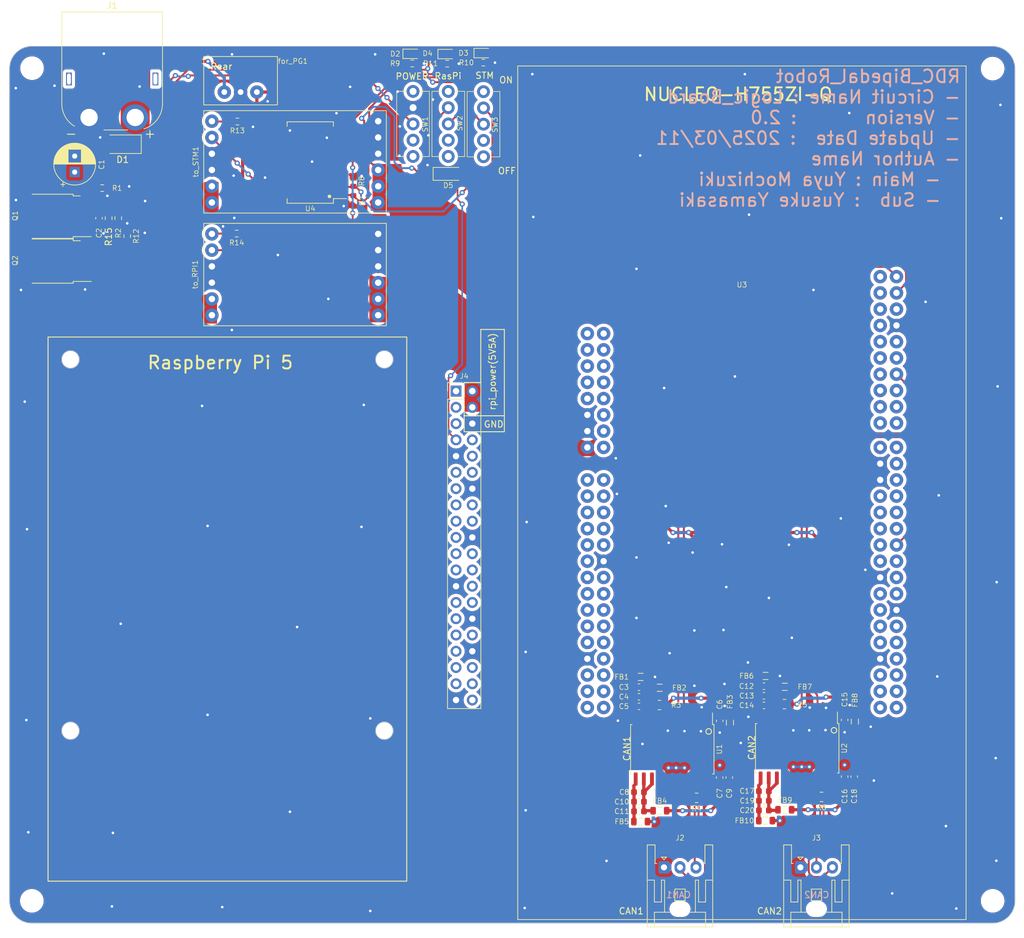
<source format=kicad_pcb>
(kicad_pcb (version 20221018) (generator pcbnew)
  (layers (0 "F.Cu" signal) (31 "B.Cu" signal) (34 "B.Paste" user) (35 "F.Paste" user) (36 "B.SilkS" user "B.Silkscreen") (37 "F.SilkS" user "F.Silkscreen") (38 "B.Mask" user) (39 "F.Mask" user) (44 "Edge.Cuts" user))
  (net 0 "")
  (net 1 "GND")
  (net 2 "+5V")
  (net 3 "Net-(U1-V_{DD})")
  (net 4 "GND1")
  (net 5 "Net-(U1-V_{IO})")
  (net 6 "Net-(U1-V_{ISOIN})")
  (net 7 "Net-(U1-V_{ISOOUT})")
  (net 8 "Net-(U2-V_{DD})")
  (net 9 "Net-(U2-V_{IO})")
  (net 10 "Net-(U2-V_{ISOIN})")
  (net 11 "Net-(U2-V_{ISOOUT})")
  (net 12 "EN_STM")
  (net 13 "Net-(U1-EN{slash}FLT)")
  (net 14 "/CAN_Trans1/CANL")
  (net 15 "/CAN_Trans1/CANH")
  (net 16 "Net-(U2-EN{slash}FLT)")
  (net 17 "/CAN_Trans2/CANL")
  (net 18 "/Logic_Power/EN_RasPi_Power")
  (net 19 "/CAN_Trans2/CANH")
  (net 20 "Net-(Q1-D)")
  (net 21 "Net-(SW1-B)")
  (net 22 "/Logic_Power/STM_PG")
  (net 23 "/Logic_Power/RasPi_PG")
  (net 26 "/CAN_Trans1/CAN_RX")
  (net 27 "/CAN_Trans1/CAN_TX")
  (net 28 "/CAN_Trans2/CAN_TX")
  (net 29 "/CAN_Trans2/CAN_RX")
  (net 32 "/Logic_Power/EN_STM_Power")
  (net 33 "Net-(Q1-G)")
  (net 34 "+12V")
  (net 39 "RasPi_Power")
  (net 43 "Net-(D5-K)")
  (net 70 "GND2")
  (net 71 "GND3")
  (net 164 "Net-(D2-K)")
  (net 165 "Net-(D3-K)")
  (net 166 "Net-(D4-K)")
  (net 167 "Net-(SW3-C)")
  (net 168 "Logic_Power")
  (net 169 "EN_Power")
  (footprint "RDC_humanoid_project:NUCLEO-STM32H755ZI-Q" (layer "F.Cu") (at 181.87 94.62)
    (fp_text reference "U3")
    (fp_text value "NUCLEO-H755ZI-Q_Zio")
  )
  (footprint "Resistor_SMD:R_0603_1608Metric" (layer "F.Cu") (at 83 51.2 -90)
    (fp_text reference "R15")
    (fp_text value "10k")
  )
  (footprint "Capacitor_SMD:C_0603_1608Metric" (layer "F.Cu") (at 197.9 129.575 -90)
    (fp_text reference "C15")
    (fp_text value "0.1uF")
  )
  (footprint "Connector_JST:JST_XA_S03B-XASK-1_1x03_P2.50mm_Horizontal" (layer "F.Cu") (at 191 152.6)
    (fp_text reference "J3")
    (fp_text value "Conn_01x03")
  )
  (footprint "Capacitor_SMD:C_0603_1608Metric" (layer "F.Cu") (at 165.8 127.45 180)
    (fp_text reference "C5")
    (fp_text value "10nF")
  )
  (footprint "RDC_humanoid_project:M78A" (layer "F.Cu") (at 103.6 31.5)
    (fp_text reference "for_PG1")
    (fp_text value "M78AR05-0.5")
  )
  (footprint "Capacitor_SMD:C_0603_1608Metric" (layer "F.Cu") (at 165.8 125.95 180)
    (fp_text reference "C4")
    (fp_text value "1uF")
  )
  (footprint "RDC_humanoid_project:Toggle_switch" (layer "F.Cu") (at 130.525 36.475 90)
    (fp_text reference "SW1")
    (fp_text value "SW_SPDT")
  )
  (footprint "Resistor_SMD:R_0805_2012Metric" (layer "F.Cu") (at 169 127.25 180)
    (fp_text reference "R3")
    (fp_text value "4.7k")
  )
  (footprint "LED_SMD:LED_0603_1608Metric" (layer "F.Cu") (at 135.8875 25.5575)
    (fp_text reference "D4")
    (fp_text value "LED")
  )
  (footprint "LED_SMD:LED_0603_1608Metric" (layer "F.Cu") (at 130.425 25.53125)
    (fp_text reference "D2")
    (fp_text value "LED")
  )
  (footprint "Resistor_SMD:R_0603_1608Metric" (layer "F.Cu") (at 103 53.6 180)
    (fp_text reference "R14")
    (fp_text value "10k")
  )
  (footprint "Diode_SMD:D_SOD-123" (layer "F.Cu") (at 136.025 44.275)
    (fp_text reference "D5")
    (fp_text value "D")
  )
  (footprint "RDC_humanoid_project:Toggle_switch" (layer "F.Cu") (at 141.525 36.515 90)
    (fp_text reference "SW3")
    (fp_text value "SW_SPDT")
  )
  (footprint "Capacitor_SMD:C_0603_1608Metric" (layer "F.Cu") (at 185.3 124.3 180)
    (fp_text reference "C12")
    (fp_text value "10uF")
  )
  (footprint "Capacitor_SMD:C_0603_1608Metric" (layer "F.Cu") (at 178.4 138.575 90)
    (fp_text reference "C7")
    (fp_text value "0.1uF")
  )
  (footprint "Capacitor_SMD:C_0603_1608Metric" (layer "F.Cu") (at 178.4 129.725 -90)
    (fp_text reference "C6")
    (fp_text value "0.1uF")
  )
  (footprint "Capacitor_SMD:C_0603_1608Metric" (layer "F.Cu") (at 197.9 138.425 90)
    (fp_text reference "C16")
    (fp_text value "0.1uF")
  )
  (footprint "Connector_PinHeader_2.54mm:PinHeader_2x20_P2.54mm_Vertical" (layer "F.Cu") (at 137.2375 78.205)
    (fp_text reference "J4")
    (fp_text value "Raspi_connect")
  )
  (footprint "LED_SMD:LED_0603_1608Metric" (layer "F.Cu") (at 141.52 25.4)
    (fp_text reference "D3")
    (fp_text value "LED")
  )
  (footprint "Package_TO_SOT_SMD:TO-252-2" (layer "F.Cu") (at 74.16 57.9 180)
    (fp_text reference "Q2")
    (fp_text value "Q_PMOS_GDS")
  )
  (footprint "Inductor_SMD:L_0805_2012Metric" (layer "F.Cu") (at 180 129.9875 90)
    (fp_text reference "FB3")
    (fp_text value "FerriteBead")
  )
  (footprint "Connector_JST:JST_XA_S03B-XASK-1_1x03_P2.50mm_Horizontal" (layer "F.Cu") (at 169.7 152.6)
    (fp_text reference "J2")
    (fp_text value "Conn_01x03")
  )
  (footprint "Capacitor_SMD:C_0603_1608Metric" (layer "F.Cu") (at 81.5 51.2 -90)
    (fp_text reference "C2")
    (fp_text value "0.1uF")
  )
  (footprint "Inductor_SMD:L_0805_2012Metric" (layer "F.Cu") (at 188.5625 124.4 180)
    (fp_text reference "FB7")
    (fp_text value "FerriteBead")
  )
  (footprint "Inductor_SMD:L_0805_2012Metric" (layer "F.Cu") (at 199.5 129.8375 90)
    (fp_text reference "FB8")
    (fp_text value "FerriteBead")
  )
  (footprint "Resistor_SMD:R_0603_1608Metric" (layer "F.Cu") (at 121.2 48.5 -90)
    (fp_text reference "R7")
    (fp_text value "10k")
  )
  (footprint "Resistor_SMD:R_0805_2012Metric" (layer "F.Cu") (at 174.8 141.75 180)
    (fp_text reference "R4")
    (fp_text value "120")
  )
  (footprint "Package_SO:SOIC-20W_7.5x12.8mm_P1.27mm" (layer "F.Cu") (at 171 134.15 -90)
    (fp_text reference "U1")
    (fp_text value "ISOW1044")
  )
  (footprint "RDC_humanoid_project:AE-MYMGK00506ERSR-5V0" (layer "F.Cu") (at 112.1 42.4)
    (fp_text reference "to_STM1")
    (fp_text value "AE-MYMGK00506ERSR-5V0")
  )
  (footprint "Capacitor_SMD:C_0603_1608Metric" (layer "F.Cu") (at 199.4 138.425 90)
    (fp_text reference "C18")
    (fp_text value "10uF")
  )
  (footprint "MountingHole:MountingHole_3.2mm_M3" (layer "F.Cu") (at 71.0425 27.76)
    (fp_text reference "H1" hide)
    (fp_text value "MountingHole")
  )
  (footprint "Resistor_SMD:R_0603_1608Metric" (layer "F.Cu") (at 141.5 26.9)
    (fp_text reference "R10")
    (fp_text value "1k")
  )
  (footprint "RDC_humanoid_project:AE-MYMGK00506ERSR-5V0" (layer "F.Cu") (at 112.1 60)
    (fp_text reference "to_RPI1")
    (fp_text value "AE-MYMGK00506ERSR-5V0")
  )
  (footprint "Capacitor_SMD:C_0603_1608Metric" (layer "F.Cu") (at 185.3 143.7 180)
    (fp_text reference "C20")
    (fp_text value "10uF")
  )
  (footprint "Resistor_SMD:R_0603_1608Metric" (layer "F.Cu") (at 85.9 54 90)
    (fp_text reference "R12")
    (fp_text value "10k")
  )
  (footprint "Capacitor_SMD:C_0603_1608Metric" (layer "F.Cu") (at 165.8 142.35 180)
    (fp_text reference "C10")
    (fp_text value "1uF")
  )
  (footprint "Resistor_SMD:R_0603_1608Metric" (layer "F.Cu") (at 82 46.5)
    (fp_text reference "R1")
    (fp_text value "10k")
  )
  (footprint "Inductor_SMD:L_0805_2012Metric" (layer "F.Cu") (at 166.0625 145.45)
    (fp_text reference "FB5")
    (fp_text value "FerriteBead")
  )
  (footprint "Capacitor_SMD:C_0603_1608Metric" (layer "F.Cu") (at 185.3 127.3 180)
    (fp_text reference "C14")
    (fp_text value "10nF")
  )
  (footprint "Inductor_SMD:L_0805_2012Metric" (layer "F.Cu") (at 185.5625 122.7 180)
    (fp_text reference "FB6")
    (fp_text value "FerriteBead")
  )
  (footprint "Inductor_SMD:L_0805_2012Metric" (layer "F.Cu") (at 185.5625 145.3)
    (fp_text reference "FB10")
    (fp_text value "FerriteBead")
  )
  (footprint "Inductor_SMD:L_0805_2012Metric" (layer "F.Cu") (at 169.0625 143.75)
    (fp_text reference "FB4")
    (fp_text value "FerriteBead")
  )
  (footprint "Package_TO_SOT_SMD:TO-252-2" (layer "F.Cu") (at 74.16 50.9 180)
    (fp_text reference "Q1")
    (fp_text value "Q_PMOS_GDS")
  )
  (footprint "Capacitor_SMD:C_0603_1608Metric" (layer "F.Cu") (at 179.9 138.575 90)
    (fp_text reference "C9")
    (fp_text value "10uF")
  )
  (footprint "Capacitor_SMD:C_0603_1608Metric" (layer "F.Cu") (at 185.3 140.7 180)
    (fp_text reference "C17")
    (fp_text value "10nF")
  )
  (footprint "Capacitor_SMD:C_0603_1608Metric" (layer "F.Cu") (at 165.8 140.85 180)
    (fp_text reference "C8")
    (fp_text value "10nF")
  )
  (footprint "Package_SO:SOP-18_7x12.5mm_P1.27mm" (layer "F.Cu") (at 114.475 42.5 180)
    (fp_text reference "U4")
    (fp_text value "TBD62783A")
  )
  (footprint "Resistor_SMD:R_0805_2012Metric" (layer "F.Cu") (at 188.5125 127.1 180)
    (fp_text reference "R5")
    (fp_text value "4.7k")
  )
  (footprint "RDC_humanoid_project:Toggle_switch" (layer "F.Cu") (at 136.025 36.475 90)
    (fp_text reference "SW2")
    (fp_text value "SW_SPDT")
  )
  (footprint "Capacitor_SMD:C_0603_1608Metric" (layer "F.Cu") (at 185.3 125.8 180)
    (fp_text reference "C13")
    (fp_text value "1uF")
  )
  (footprint "MountingHole:MountingHole_3.2mm_M3" (layer "F.Cu") (at 221.0125 157.83)
    (fp_text reference "H4" hide)
    (fp_text value "MountingHole")
  )
  (footprint "MountingHole:MountingHole_3.2mm_M3" (layer "F.Cu") (at 221.0125 27.83)
    (fp_text reference "H2" hide)
    (fp_text value "MountingHole")
  )
  (footprint "MountingHole:MountingHole_3.2mm_M3" (layer "F.Cu") (at 71.0125 157.83)
    (fp_text reference "H3" hide)
    (fp_text value "MountingHole")
  )
  (footprint "Capacitor_SMD:C_0603_1608Metric" (layer "F.Cu") (at 165.8 143.85 180)
    (fp_text reference "C11")
    (fp_text value "10uF")
  )
  (footprint "Capacitor_THT:CP_Radial_D6.3mm_P2.50mm" (layer "F.Cu") (at 77.7 44 90)
    (fp_text reference "C1")
    (fp_text value "100uF")
  )
  (footprint "Resistor_SMD:R_0603_1608Metric" (layer "F.Cu") (at 84.5 51.2 90)
    (fp_text reference "R2")
    (fp_text value "10k")
  )
  (footprint "Resistor_SMD:R_0603_1608Metric" (layer "F.Cu") (at 103.1 36.1 180)
    (fp_text reference "R13")
    (fp_text value "10k")
  )
  (footprint "Capacitor_SMD:C_0603_1608Metric" (layer "F.Cu") (at 185.3 142.2 180)
    (fp_text reference "C19")
    (fp_text value "1uF")
  )
  (footprint "Package_SO:SOIC-20W_7.5x12.8mm_P1.27mm" (layer "F.Cu") (at 190.5 134 -90)
    (fp_text reference "U2")
    (fp_text value "ISOW1044")
  )
  (footprint "Capacitor_SMD:C_0603_1608Metric" (layer "F.Cu") (at 165.8 124.45 180)
    (fp_text reference "C3")
    (fp_text value "10uF")
  )
  (footprint "Inductor_SMD:L_0805_2012Metric" (layer "F.Cu") (at 166.0625 122.85 180)
    (fp_text reference "FB1")
    (fp_text value "FerriteBead")
  )
  (footprint "Resistor_SMD:R_0603_1608Metric" (layer "F.Cu") (at 121.2 45.4 90)
    (fp_text reference "R8")
    (fp_text value "10k")
  )
  (footprint "Resistor_SMD:R_0603_1608Metric" (layer "F.Cu") (at 135.8675 27.0575)
    (fp_text reference "R11")
    (fp_text value "1k")
  )
  (footprint "Inductor_SMD:L_0805_2012Metric" (layer "F.Cu") (at 169.0375 124.55 180)
    (fp_text reference "FB2")
    (fp_text value "FerriteBead")
  )
  (footprint "Inductor_SMD:L_0805_2012Metric" (layer "F.Cu") (at 188.5625 143.6)
    (fp_text reference "FB9")
    (fp_text value "FerriteBead")
  )
  (footprint "Connector_AMASS:AMASS_XT60PW-M_1x02_P7.20mm_Horizontal" (layer "F.Cu") (at 79.947 35.464)
    (fp_text reference "J1")
    (fp_text value "XT60")
  )
  (footprint "Resistor_SMD:R_0805_2012Metric" (layer "F.Cu") (at 194.3 141.6 180)
    (fp_text reference "R6")
    (fp_text value "120")
  )
  (footprint "Resistor_SMD:R_0603_1608Metric" (layer "F.Cu") (at 130.405 27.03125)
    (fp_text reference "R9")
    (fp_text value "4.7k")
  )
  (footprint "Diode_SMD:Vishay_SMPA" (layer "F.Cu") (at 85.1916 39.6494 180)
    (fp_text reference "D1")
    (fp_text value "D_Schottky")
  )
  (gr_rect (start 73.5425 69.76) (end 129.5425 154.76) (stroke (width 0.15)) (fill none) (layer "F.SilkS"))
  (gr_line (start 144.78 68.58) (end 144.78 82.0674) (stroke (width 0.15)) (layer "F.SilkS"))
  (gr_line (start 138.5062 82.0674) (end 138.5075 79.475) (stroke (width 0.15)) (layer "F.SilkS"))
  (gr_rect (start 138.5062 82.0674) (end 144.78 84.5566) (stroke (width 0.15)) (fill none) (layer "F.SilkS"))
  (gr_line (start 138.5075 76.875) (end 141.1075 76.875) (stroke (width 0.15)) (layer "F.SilkS"))
  (gr_line (start 141.097 68.58) (end 144.78 68.58) (stroke (width 0.15)) (layer "F.SilkS"))
  (gr_line (start 144.5768 82.0674) (end 138.5062 82.0674) (stroke (width 0.15)) (layer "F.SilkS"))
  (gr_line (start 141.097 76.8858) (end 141.097 68.58) (stroke (width 0.15)) (layer "F.SilkS"))
  (gr_circle (center 117.475 47.8) (end 117.275 47.8) (stroke (width 0.15)) (fill solid) (layer "F.SilkS"))
  (gr_circle (center 196.2404 131.190254) (end 196.2658 130.758454) (stroke (width 0.15)) (fill none) (layer "F.SilkS"))
  (gr_circle (center 176.6824 131.3688) (end 176.7078 130.937) (stroke (width 0.15)) (fill none) (layer "F.SilkS"))
  (gr_arc (start 221.0125 24.33) (mid 223.487374 25.355126) (end 224.5125 27.83) (stroke (width 0.1)) (layer "Edge.Cuts"))
  (gr_arc (start 67.5125 27.83) (mid 68.537626 25.355126) (end 71.0125 24.33) (stroke (width 0.1)) (layer "Edge.Cuts"))
  (gr_circle (center 77.0425 131.26) (end 77.0425 129.91) (stroke (width 0.1)) (fill none) (layer "Edge.Cuts"))
  (gr_line (start 67.5125 157.83) (end 67.5125 27.83) (stroke (width 0.1)) (layer "Edge.Cuts"))
  (gr_circle (center 126.0425 131.26) (end 126.0425 129.91) (stroke (width 0.1)) (fill none) (layer "Edge.Cuts"))
  (gr_line (start 224.5125 27.83) (end 224.5125 157.83) (stroke (width 0.1)) (layer "Edge.Cuts"))
  (gr_line (start 221.0125 161.33) (end 71.0125 161.33) (stroke (width 0.1)) (layer "Edge.Cuts"))
  (gr_arc (start 224.5125 157.83) (mid 223.487374 160.304874) (end 221.0125 161.33) (stroke (width 0.1)) (layer "Edge.Cuts"))
  (gr_circle (center 77.0425 73.26) (end 77.0425 71.91) (stroke (width 0.1)) (fill none) (layer "Edge.Cuts"))
  (gr_circle (center 126.0425 73.26) (end 126.0425 71.91) (stroke (width 0.1)) (fill none) (layer "Edge.Cuts"))
  (gr_line (start 71.0125 24.33) (end 221.0125 24.33) (stroke (width 0.1)) (layer "Edge.Cuts"))
  (gr_arc (start 71.0125 161.33) (mid 68.537626 160.304874) (end 67.5125 157.83) (stroke (width 0.1)) (layer "Edge.Cuts"))
  (gr_text "CAN2" (at 195.58 157.48) (layer "B.SilkS") (effects (font (size 1 1)) (justify left bottom mirror)))
  (gr_text "CAN1" (at 173.99 157.48) (layer "B.SilkS") (effects (font (size 1 1)) (justify left bottom mirror)))
  (gr_text "RDC_Bipedal_Robot\n- Circuit Name : Logic_Board\n- Version       : 2.0\n- Update Date  : 2025/03/11\n- Author Name\n  - Main : Yuya Mochizuki\n  - Sub  : Yusuke Yamasaki" (at 216.154 49.53) (layer "B.SilkS") (effects (font (size 2 2) (thickness 0.3)) (justify left bottom mirror)))
  (gr_text "CAN2" (at 184.15 160.02) (layer "F.SilkS") (effects (font (size 1 1)) (justify left bottom)))
  (gr_text "rpi_power(5V5A)" (at 143.51 81.28 90) (layer "F.SilkS") (effects (font (size 1 1)) (justify left bottom)))
  (gr_text "POWER" (at 127.725 29.63125) (layer "F.SilkS") (effects (font (size 1 1)) (justify left bottom)))
  (gr_text "Raspberry Pi 5" (at 88.9 74.93) (layer "F.SilkS") (effects (font (size 2 2) (thickness 0.3)) (justify left bottom)))
  (gr_text "RasPi" (at 133.8 29.57875) (layer "F.SilkS") (effects (font (size 1 1)) (justify left bottom)))
  (gr_text "CAN2" (at 183.99 135.93 90) (layer "F.SilkS") (effects (font (size 1 1)) (justify left bottom)))
  (gr_text "CAN1" (at 162.56 160.02) (layer "F.SilkS") (effects (font (size 1 1)) (justify left bottom)))
  (gr_text "CAN1" (at 164.49 136.08 90) (layer "F.SilkS") (effects (font (size 1 1)) (justify left bottom)))
  (gr_text "ON" (at 143.9 30.2) (layer "F.SilkS") (effects (font (size 1 1)) (justify left bottom)))
  (gr_text "OFF" (at 143.7 44.4) (layer "F.SilkS") (effects (font (size 1 1)) (justify left bottom)))
  (gr_text "STM\n" (at 140.175 29.5) (layer "F.SilkS") (effects (font (size 1 1)) (justify left bottom)))
  (gr_text "NUCLEO-H755ZI-Q" (at 166.37 33.02) (layer "F.SilkS") (effects (font (size 2 2) (thickness 0.3)) (justify left bottom)))
  (gr_text "GND" (at 141.5034 83.9724) (layer "F.SilkS") (effects (font (size 1 1)) (justify left bottom)))
  (segment (start 197.9 130.35) (end 197.9 131.5) (width 0.5) (layer "F.Cu") (net 1))
  (segment (start 189.865 131.165) (end 189.9 131.2) (width 0.5) (layer "F.Cu") (net 1))
  (segment (start 178.4 130.5) (end 178.4 131.55) (width 0.5) (layer "F.Cu") (net 1))
  (segment (start 82.7024 39.5986) (end 83.1816 39.5986) (width 1) (layer "F.Cu") (net 1))
  (segment (start 194.945 131.1402) (end 194.9196 131.1656) (width 0.25) (layer "F.Cu") (net 1))
  (segment (start 109.7 37.42) (end 111.22 37.42) (width 0.3) (layer "F.Cu") (net 1))
  (segment (start 142.325 26.9) (end 143.32 26.9) (width 0.3) (layer "F.Cu") (net 1))
  (segment (start 82.825 46.5) (end 82.825 47.675) (width 1) (layer "F.Cu") (net 1))
  (segment (start 85.9 53.175) (end 85.9 52) (width 0.3) (layer "F.Cu") (net 1))
  (segment (start 81.6864 38.5826) (end 82.7024 39.5986) (width 1) (layer "F.Cu") (net 1))
  (segment (start 132.225 27.03125) (end 131.23 27.03125) (width 0.3) (layer "F.Cu") (net 1))
  (segment (start 136.6925 27.0575) (end 137.6675 27.0575) (width 0.3) (layer "F.Cu") (net 1))
  (segment (start 167.125 122.85) (end 168.3 122.85) (width 0.5) (layer "F.Cu") (net 1))
  (segment (start 170.365 131.185) (end 170.3 131.25) (width 0.5) (layer "F.Cu") (net 1))
  (segment (start 82.825 47.675) (end 82.8 47.7) (width 1) (layer "F.Cu") (net 1))
  (segment (start 172.905 129.5) (end 172.905 131.3108) (width 0.5) (layer "F.Cu") (net 1))
  (segment (start 192.405 131.1656) (end 192.3796 131.191) (width 0.25) (layer "F.Cu") (net 1))
  (segment (start 122.475 44.575) (end 122.5 44.6) (width 0.5) (layer "F.Cu") (net 1))
  (segment (start 172.905 131.3108) (end 172.8978 131.318) (width 0.25) (layer "F.Cu") (net 1))
  (segment (start 121.2 49.325) (end 119.725 49.325) (width 0.5) (layer "F.Cu") (net 1))
  (segment (start 192.405 129.35) (end 192.405 131.1656) (width 0.5) (layer "F.Cu") (net 1))
  (segment (start 175.445 129.5) (end 175.445 131.3252) (width 0.5) (layer "F.Cu") (net 1))
  (segment (start 175.445 131.3252) (end 175.4632 131.3434) (width 0.25) (layer "F.Cu") (net 1))
  (segment (start 119.725 49.325) (end 119.7 49.3) (width 0.5) (layer "F.Cu") (net 1))
  (segment (start 186.625 122.7) (end 187.8 122.7) (width 0.5) (layer "F.Cu") (net 1))
  (segment (start 111.22 37.42) (end 111.3 37.5) (width 0.3) (layer "F.Cu") (net 1))
  (segment (start 170.365 129.5) (end 170.365 131.185) (width 0.5) (layer "F.Cu") (net 1))
  (segment (start 121.2 44.575) (end 122.475 44.575) (width 0.5) (layer "F.Cu") (net 1))
  (segment (start 194.945 129.35) (end 194.945 131.1402) (width 0.5) (layer "F.Cu") (net 1))
  (segment (start 189.865 129.35) (end 189.865 131.165) (width 0.5) (layer "F.Cu") (net 1))
  (via (at 122.5 44.6) (size 0.8) (drill 0.4) (layers "F.Cu" "B.Cu") (net 1))
  (via (at 70.1548 129.5908) (size 0.8) (drill 0.4) (layers "F.Cu" "B.Cu") (net 1))
  (via (at 194.9196 131.1656) (size 0.8) (drill 0.4) (layers "F.Cu" "B.Cu") (net 1))
  (via (at 221.7928 77.47) (size 0.8) (drill 0.4) (layers "F.Cu" "B.Cu") (net 1))
  (via (at 68.5292 48.3616) (size 0.8) (drill 0.4) (layers "F.Cu" "B.Cu") (net 1))
  (via (at 148.1074 118.9482) (size 0.8) (drill 0.4) (layers "F.Cu" "B.Cu") (net 1))
  (via (at 119.7 49.3) (size 0.8) (drill 0.4) (layers "F.Cu" "B.Cu") (net 1))
  (via (at 143.32 26.9) (size 0.8) (drill 0.4) (layers "F.Cu" "B.Cu") (net 1))
  (via (at 212.3694 122.7836) (size 0.8) (drill 0.4) (layers "F.Cu" "B.Cu") (net 1))
  (via (at 122.8344 80.3656) (size 0.8) (drill 0.4) (layers "F.Cu" "B.Cu") (net 1))
  (via (at 128.4732 36.8554) (size 0.8) (drill 0.4) (layers "F.Cu" "B.Cu") (net 1))
  (via (at 210.5406 64.262) (size 0.8) (drill 0.4) (layers "F.Cu" "B.Cu") (net 1))
  (via (at 128.1176 31.4198) (size 0.8) (drill 0.4) (layers "F.Cu" "B.Cu") (net 1))
  (via (at 192.3796 131.191) (size 0.8) (drill 0.4) (layers "F.Cu" "B.Cu") (net 1))
  (via (at 189.2046 102.2096) (size 0.8) (drill 0.4) (layers "F.Cu" "B.Cu") (net 1))
  (via (at 165.4048 104.1908) (size 0.8) (drill 0.4) (layers "F.Cu" "B.Cu") (net 1))
  (via (at 162.5092 129.6924) (size 0.8) (drill 0.4) (layers "F.Cu" "B.Cu") (net 1))
  (via (at 178.4 131.55) (size 0.8) (drill 0.4) (layers "F.Cu" "B.Cu") (net 1))
  (via (at 149.3012 51.0032) (size 0.8) (drill 0.4) (layers "F.Cu" "B.Cu") (net 1))
  (via (at 198.7042 127.254) (size 0.8) (drill 0.4) (layers "F.Cu" "B.Cu") (net 1))
  (via (at 197.3072 98.0948) (size 0.8) (drill 0.4) (layers "F.Cu" "B.Cu") (net 1))
  (via (at 102.616 51.1556) (size 0.8) (drill 0.4) (layers "F.Cu" "B.Cu") (net 1))
  (via (at 180.7718 75.9206) (size 0.8) (drill 0.4) (layers "F.Cu" "B.Cu") (net 1))
  (via (at 174.4472 124.2314) (size 0.8) (drill 0.4) (layers "F.Cu" "B.Cu") (net 1))
  (via (at 193.04 62.4078) (size 0.8) (drill 0.4) (layers "F.Cu" "B.Cu") (net 1))
  (via (at 174.1678 103.4288) (size 0.8) (drill 0.4) (layers "F.Cu" "B.Cu") (net 1))
  (via (at 174.4472 115.5954) (size 0.8) (drill 0.4) (layers "F.Cu" "B.Cu") (net 1))
  (via (at 197.9 131.5) (size 0.8) (drill 0.4) (layers "F.Cu" "B.Cu") (net 1))
  (via (at 202.4634 139.0396) (size 0.8) (drill 0.4) (layers "F.Cu" "B.Cu") (net 1))
  (via (at 83.6676 147.2184) (size 0.8) (drill 0.4) (layers "F.Cu" "B.Cu") (net 1))
  (via (at 192.4558 127.635) (size 0.8) (drill 0.4) (layers "F.Cu" "B.Cu") (net 1))
  (via (at 205.3336 156.6672) (size 0.8) (drill 0.4) (layers "F.Cu" "B.Cu") (net 1))
  (via (at 182.9816 50.6476) (size 0.8) (drill 0.4) (layers "F.Cu" "B.Cu") (net 1))
  (via (at 186.0804 110.5154) (size 0.8) (drill 0.4) (layers "F.Cu" "B.Cu") (net 1))
  (via (at 175.4632 131.3434) (size 0.8) (drill 0.4) (layers "F.Cu" "B.Cu") (net 1))
  (via (at 122.4788 99.4156) (size 0.8) (drill 0.4) (layers "F.Cu" "B.Cu") (net 1))
  (via (at 79.3242 62.3316) (size 0.8) (drill 0.4) (layers "F.Cu" "B.Cu") (net 1))
  (via (at 112.4204 115.062) (size 0.8) (drill 0.4) (layers "F.Cu" "B.Cu") (net 1))
  (via (at 98.4504 99.2632) (size 0.8) (drill 0.4) (layers "F.Cu" "B.Cu") (net 1))
  (via (at 111.3028 143.9164) (size 0.8) (drill 0.4) (layers "F.Cu" "B.Cu") (net 1))
  (via (at 222.3516 51.2064) (size 0.8) (drill 0.4) (layers "F.Cu" "B.Cu") (net 1))
  (via (at 137.6675 27.0575) (size 0.8) (drill 0.4) (layers "F.Cu" "B.Cu") (net 1))
  (via (at 132.225 27.03125) (size 0.8) (drill 0.4) (layers "F.Cu" "B.Cu") (net 1))
  (via (at 165.4048 113.6396) (size 0.8) (drill 0.4) (layers "F.Cu" "B.Cu") (net 1))
  (via (at 148.1074 143.6878) (size 0.8) (drill 0.4) (layers "F.Cu" "B.Cu") (net 1))
  (via (at 117.2972 63.8048) (size 0.8) (drill 0.4) (layers "F.Cu" "B.Cu") (net 1))
  (via (at 221.6404 108.0516) (size 0.8) (drill 0.4) (layers "F.Cu" "B.Cu") (net 1))
  (via (at 68.5038 30.8864) (size 0.8) (drill 0.4) (layers "F.Cu" "B.Cu") (net 1))
  (via (at 82.8 47.7) (size 0.8) (drill 0.4) (layers "F.Cu" "B.Cu") (net 1))
  (via (at 133.6294 32.6644) (size 0.8) (drill 0.4) (layers "F.Cu" "B.Cu") (net 1))
  (via (at 165.4048 59.1058) (size 0.8) (drill 0.4) (layers "F.Cu" "B.Cu") (net 1))
  (via (at 117.0686 38.6334) (size 0.8) (drill 0.4) (layers "F.Cu" "B.Cu") (net 1))
  (via (at 221.5896 151.5618) (size 0.8) (drill 0.4) (layers "F.Cu" "B.Cu") (net 1))
  (via (at 107.4166 44.8564) (size 0.8) (drill 0.4) (layers "F.Cu" "B.Cu") (net 1))
  (via (at 172.8978 131.318) (size 0.8) (drill 0.4) (layers "F.Cu" "B.Cu") (net 1))
  (via (at 182.8038 120.5992) (size 0.8) (drill 0.4) (layers "F.Cu" "B.Cu") (net 1))
  (via (at 182.3212 28.702) (size 0.8) (drill 0.4) (layers "F.Cu" "B.Cu") (net 1))
  (via (at 187.8 122.7) (size 0.8) (drill 0.4) (layers "F.Cu" "B.Cu") (net 1))
  (via (at 147.955 158.9532) (size 0.8) (drill 0.4) (layers "F.Cu" "B.Cu") (net 1))
  (via (at 69.3166 62.4078) (size 0.8) (drill 0.4) (layers "F.Cu" "B.Cu") (net 1))
  (via (at 162.179 88.6968) (size 0.8) (drill 0.4) (layers "F.Cu" "B.Cu") (net 1))
  (via (at 105.537 36.9316) (size 0.8) (drill 0.4) (layers "F.Cu" "B.Cu") (net 1))
  (via (at 170.3 131.25) (size 0.8) (drill 0.4) (layers "F.Cu" "B.Cu") (net 1))
  (via (at 178.7652 102.1334) (size 0.8) (drill 0.4) (layers "F.Cu" "B.Cu") (net 1))
  (via (at 221.488 135.5344) (size 0.8) (drill 0.4) (layers "F.Cu" "B.Cu") (net 1))
  (via (at 132.7912 42.9006) (size 0.8) (drill 0.4) (layers "F.Cu" "B.Cu") (net 1))
  (via (at 102.235 68.6562) (size 0.8) (drill 0.4) (layers "F.Cu" "B.Cu") (net 1))
  (via (at 213.7156 146.1516) (size 0.8) (drill 0.4) (layers "F.Cu" "B.Cu") (net 1))
  (via (at 170.434 101.9048) (size 0.8) (drill 0.4) (layers "F.Cu" "B.Cu") (net 1))
  (via (at 88.6968 48.514) (size 0.8) (drill 0.4) (layers "F.Cu" "B.Cu") (net 1))
  (via (at 118.5672 34.798) (size 0.8) (drill 0.4) (layers "F.Cu" "B.Cu") (net 1))
  (via (at 98.4504 128.778) (size 0.8) (drill 0.4) (layers "F.Cu" "B.Cu") (net 1))
  (via (at 87.8332 30.6324) (size 0.8) (drill 0.4) (layers "F.Cu" "B.Cu") (net 1))
  (via (at 189.6618 116.7384) (size 0.8) (drill 0.4) (layers "F.Cu" "B.Cu") (net 1))
  (via (at 74.549 30.5054) (size 0.8) (drill 0.4) (layers "F.Cu" "B.Cu") (net 1))
  (via (at 179.1716 127.381) (size 0.8) (drill 0.4) (layers "F.Cu" "B.Cu") (net 1))
  (via (at 102.2604 25.6032) (size 0.8) (drill 0.4) (layers "F.Cu" "B.Cu") (net 1))
  (via (at 84.8868 114.554) (size 0.8) (drill 0.4) (layers "F.Cu" "B.Cu") (net 1))
  (via (at 182.88 129.0828) (size 0.8) (drill 0.4) (layers "F.Cu" "B.Cu") (net 1))
  (via (at 201.1426 106.1212) (size 0.8) (drill 0.4) (layers "F.Cu" "B.Cu") (net 1))
  (via (at 124.6124 25.6032) (size 0.8) (drill 0.4) (layers "F.Cu" "B.Cu") (net 1))
  (via (at 169.9768 96.1644) (size 0.8) (drill 0.4) (layers "F.Cu" "B.Cu") (net 1))
  (via (at 169.7228 77.724) (size 0.8) (drill 0.4) (layers "F.Cu" "B.Cu") (net 1))
  (via (at 123.8504 129.3368) (size 0.8) (drill 0.4) (layers "F.Cu" "B.Cu") (net 1))
  (via (at 70.2564 99.7712) (size 0.8) (drill 0.4) (layers "F.Cu" "B.Cu") (net 1))
  (via (at 97.5868 80.518) (size 0.8) (drill 0.4) (layers "F.Cu" "B.Cu") (net 1))
  (via (at 83.5152 158.6992) (size 0.8) (drill 0.4) (layers "F.Cu" "B.Cu") (net 1))
  (via (at 86.2076 46.228) (size 0.8) (drill 0.4) (layers "F.Cu" "B.Cu") (net 1))
  (via (at 160.7312 151.5872) (size 0.8) (drill 0.4) (layers "F.Cu" "B.Cu") (net 1))
  (via (at 170.5864 119.1514) (size 0.8) (drill 0.4) (layers "F.Cu" "B.Cu") (net 1))
  (via (at 179.4256 108.8136) (size 0.8) (drill 0.4) (layers "F.Cu" "B.Cu") (net 1))
  (via (at 178.9938 115.5192) (size 0.8) (drill 0.4) (layers "F.Cu" "B.Cu") (net 1))
  (via (at 166.3446 133.3246) (size 0.8) (drill 0.4) (layers "F.Cu" "B.Cu") (net 1))
  (via (at 70.4596 147.1168) (size 0.8) (drill 0.4) (layers "F.Cu" "B.Cu") (net 1))
  (via (at 165.989 41.402) (size 0.8) (drill 0.4) (layers "F.Cu" "B.Cu") (net 1))
  (via (at 189.9 131.2) (size 0.8) (drill 0.4) (layers "F.Cu" "B.Cu") (net 1))
  (via (at 128.397 41.4528) (size 0.8) (drill 0.4) (layers "F.Cu" "B.Cu") (net 1))
  (via (at 179.1462 123.952) (size 0.8) (drill 0.4) (layers "F.Cu" "B.Cu") (net 1))
  (via (at 102.5144 44.5516) (size 0.8) (drill 0.4) (layers "F.Cu" "B.Cu") (net 1))
  (via (at 222.2246 33.5026) (size 0.8) (drill 0.4) (layers "F.Cu" "B.Cu") (net 1))
  (via (at 168.3 122.85) (size 0.8) (drill 0.4) (layers "F.Cu" "B.Cu") (net 1))
  (via (at 100.8634 52.4764) (size 0.8) (drill 0.4) (layers "F.Cu" "B.Cu") (net 1))
  (via (at 132.9182 38.2524) (size 0.8) (drill 0.4) (layers "F.Cu" "B.Cu") (net 1))
  (via (at 215.3412 159.0294) (size 0.8) (drill 0.4) (layers "F.Cu" "B.Cu") (net 1))
  (via (at 175.5902 127.5842) (size 0.8) (drill 0.4) (layers "F.Cu" "B.Cu") (net 1))
  (via (at 82.1944 53.5686) (size 0.8) (drill 0.4) (layers "F.Cu" "B.Cu") (net 1))
  (via (at 149.1488 28.702) (size 0.8) (drill 0.4) (layers "F.Cu" "B.Cu") (net 1))
  (via (at 81.6864 38.5826) (size 0.8) (drill 0.4) (layers "F.Cu" "B.Cu") (net 1))
  (via (at 69.9008 79.8576) (size 0.8) (drill 0.4) (layers "F.Cu" "B.Cu") (net 1))
  (via (at 181.6862 133.1722) (size 0.8) (drill 0.4) (layers "F.Cu" "B.Cu") (net 1))
  (via (at 82.2452 25.5016) (size 0.8) (drill 0.4) (layers "F.Cu" "B.Cu") (net 1))
  (via (at 114.7572 42.3672) (size 0.8) (drill 0.4) (layers "F.Cu" "B.Cu") (net 1))
  (via (at 194.9958 127.6858) (size 0.8) (drill 0.4) (layers "F.Cu" "B.Cu") (net 1))
  (via (at 107.823 32.9438) (size 0.8) (drill 0.4) (layers "F.Cu" "B.Cu") (net 1))
  (via (at 85.9 52) (size 0.8) (drill 0.4) (layers "F.Cu" "B.Cu") (net 1))
  (via (at 212.598 94.488) (size 0.8) (drill 0.4) (layers "F.Cu" "B.Cu") (net 1))
  (via (at 201.9808 130.6322) (size 0.8) (drill 0.4) (layers "F.Cu" "B.Cu") (net 1))
  (via (at 100.7364 158.8008) (size 0.8) (drill 0.4) (layers "F.Cu" "B.Cu") (net 1))
  (via (at 148.2598 98.6536) (size 0.8) (drill 0.4) (layers "F.Cu" "B.Cu") (net 1))
  (via (at 123.8504 159.4104) (size 0.8) (drill 0.4) (layers "F.Cu" "B.Cu") (net 1))
  (via (at 109.4232 56.9468) (size 0.8) (drill 0.4) (layers "F.Cu" "B.Cu") (net 1))
  (via (at 111.3 37.5) (size 0.8) (drill 0.4) (layers "F.Cu" "B.Cu") (net 1))
  (via (at 120.7008 30.6832) (size 0.8) (drill 0.4) (layers "F.Cu" "B.Cu") (net 1))
  (via (at 88.646 53.4924) (size 0.8) (drill 0.4) (layers "F.Cu" "B.Cu") (net 1))
  (via (at 198.628 34.7726) (size 0.8) (drill 0.4) (layers "F.Cu" "B.Cu") (net 1))
  (via (at 162.3568 94.2594) (size 0.8) (drill 0.4) (layers "F.Cu" "B.Cu") (net 1))
  (segment (start 142.880661 25.4) (end 144.07 26.589339) (width 0.3) (layer "F.Cu") (net 2))
  (segment (start 170.1 127.0625) (end 170.1 124.55) (width 0.5) (layer "F.Cu") (net 2))
  (segment (start 142.185 29.2) (end 128.546445 29.2) (width 0.3) (layer "F.Cu") (net 2))
  (segment (start 192.7495 100.3) (end 200.55 108.1005) (width 0.5) (layer "F.Cu") (net 2))
  (segment (start 181.1 129.95) (end 181.1 124.5825) (width 0.5) (layer "F.Cu") (net 2))
  (segment (start 128.546445 29.2) (end 123.68 34.066445) (width 0.3) (layer "F.Cu") (net 2))
  (segment (start 200.55 108.1005) (end 200.55 123.75) (width 0.5) (layer "F.Cu") (net 2))
  (segment (start 198.3 126) (end 200.55 123.75) (width 0.5) (layer "F.Cu") (net 2))
  (segment (start 170.1075 127.25) (end 171.1875 126.17) (width 0.5) (layer "F.Cu") (net 2))
  (segment (start 173.5495 100.3) (end 181.1 107.8505) (width 0.5) (layer "F.Cu") (net 2))
  (segment (start 142.3075 25.4) (end 142.880661 25.4) (width 0.3) (layer "F.Cu") (net 2))
  (segment (start 123.68 34.066445) (end 123.68 42.27) (width 0.3) (layer "F.Cu") (net 2))
  (segment (start 171.04 100.3) (end 171.1 100.3) (width 0.5) (layer "F.Cu") (net 2))
  (segment (start 123.68 42.27) (end 125.08 43.67) (width 0.3) (layer "F.Cu") (net 2))
  (segment (start 144.07 27.315) (end 142.185 29.2) (width 0.3) (layer "F.Cu") (net 2))
  (segment (start 173.5495 100.3) (end 190.4505 100.3) (width 0.5) (layer "F.Cu") (net 2))
  (segment (start 157.74 87) (end 171.04 100.3) (width 0.5) (layer "F.Cu") (net 2))
  (segment (start 189.6 126.925) (end 189.6 124.425) (width 0.5) (layer "F.Cu") (net 2))
  (segment (start 195 126) (end 198.3 126) (width 0.5) (layer "F.Cu") (net 2))
  (segment (start 189.6 124.425) (end 189.625 124.4) (width 0.5) (layer "F.Cu") (net 2))
  (segment (start 169.9125 127.25) (end 170.1 127.0625) (width 0.5) (layer "F.Cu") (net 2))
  (segment (start 180 131.05) (end 181.1 129.95) (width 0.5) (layer "F.Cu") (net 2))
  (segment (start 181.05 124.55) (end 179.43 126.17) (width 0.5) (layer "F.Cu") (net 2))
  (segment (start 200.55 129.85) (end 200.55 123.75) (width 0.5) (layer "F.Cu") (net 2))
  (segment (start 190.4505 127.1) (end 189.425 127.1) (width 0.5) (layer "F.Cu") (net 2))
  (segment (start 181.1 107.8505) (end 181.1 124.6) (width 0.5) (layer "F.Cu") (net 2))
  (segment (start 144.07 26.589339) (end 144.07 27.315) (width 0.3) (layer "F.Cu") (net 2))
  (segment (start 189.425 127.1) (end 189.6 126.925) (width 0.5) (layer "F.Cu") (net 2))
  (segment (start 181.1 124.6) (end 181.05 124.55) (width 0.5) (layer "F.Cu") (net 2))
  (segment (start 169.9125 127.25) (end 170.1075 127.25) (width 0.5) (layer "F.Cu") (net 2))
  (segment (start 179.43 126.17) (end 175.5 126.17) (width 0.5) (layer "F.Cu") (net 2))
  (segment (start 199.5 130.9) (end 200.55 129.85) (width 0.5) (layer "F.Cu") (net 2))
  (via (at 175.5 126.17) (size 0.8) (drill 0.4) (layers "F.Cu" "B.Cu") (net 2))
  (via (at 195 126) (size 0.8) (drill 0.4) (layers "F.Cu" "B.Cu") (net 2))
  (via (at 173.5495 100.3) (size 0.8) (drill 0.4) (layers "F.Cu" "B.Cu") (net 2))
  (via (at 171.1875 126.17) (size 0.8) (drill 0.4) (layers "F.Cu" "B.Cu") (net 2))
  (via (at 190.4505 100.3) (size 0.8) (drill 0.4) (layers "F.Cu" "B.Cu") (net 2))
  (via (at 190.4505 127.1) (size 0.8) (drill 0.4) (layers "F.Cu" "B.Cu") (net 2))
  (via (at 192.7495 100.3) (size 0.8) (drill 0.4) (layers "F.Cu" "B.Cu") (net 2))
  (via (at 171.1 100.3) (size 0.8) (drill 0.4) (layers "F.Cu" "B.Cu") (net 2))
  (segment (start 190.4505 100.3) (end 192.7495 100.3) (width 0.5) (layer "B.Cu") (net 2))
  (segment (start 171.1 100.3) (end 173.5495 100.3) (width 0.5) (layer "B.Cu") (net 2))
  (segment (start 190.4505 127.1) (end 191.3805 126.17) (width 0.5) (layer "B.Cu") (net 2))
  (segment (start 191.3805 126.17) (end 194.83 126.17) (width 0.5) (layer "B.Cu") (net 2))
  (segment (start 194.83 126.17) (end 195 126) (width 0.5) (layer "B.Cu") (net 2))
  (segment (start 171.1875 126.17) (end 175.5 126.17) (width 0.5) (layer "B.Cu") (net 2))
  (segment (start 167.975 124.55) (end 166.65 124.55) (width 0.5) (layer "F.Cu") (net 3))
  (segment (start 166.55 124.45) (end 166.55 129.495) (width 0.5) (layer "F.Cu") (net 3))
  (segment (start 166.65 124.55) (end 166.55 124.45) (width 0.5) (layer "F.Cu") (net 3))
  (segment (start 166.55 129.495) (end 166.555 129.5) (width 0.5) (layer "F.Cu") (net 3))
  (segment (start 192.405 136.905) (end 192.4 136.9) (width 0.5) (layer "F.Cu") (net 4))
  (segment (start 189.865 136.935) (end 189.9 136.9) (width 0.5) (layer "F.Cu") (net 4))
  (segment (start 192.405 138.65) (end 192.405 136.905) (width 0.5) (layer "F.Cu") (net 4))
  (segment (start 172.905 137.055) (end 172.905 138.8) (width 0.5) (layer "F.Cu") (net 4))
  (segment (start 167.125 145.45) (end 168.2 145.45) (width 0.5) (layer "F.Cu") (net 4))
  (segment (start 186.625 145.3) (end 187.8 145.3) (width 0.5) (layer "F.Cu") (net 4))
  (segment (start 170.365 138.8) (end 170.365 137.085) (width 0.5) (layer "F.Cu") (net 4))
  (segment (start 199.4 137.65) (end 197.9 137.65) (width 0.5) (layer "F.Cu") (net 4))
  (segment (start 171.635 137.085) (end 171.635 138.8) (width 0.5) (layer "F.Cu") (net 4))
  (segment (start 197.9 137.65) (end 197.9 136.6) (width 0.5) (layer "F.Cu") (net 4))
  (segment (start 179.9 137.8) (end 178.4 137.8) (width 0.5) (layer "F.Cu") (net 4))
  (segment (start 189.865 138.65) (end 189.865 136.935) (width 0.5) (layer "F.Cu") (net 4))
  (segment (start 178.4 137.8) (end 178.4 136.65) (width 0.5) (layer "F.Cu") (net 4))
  (segment (start 170.365 137.085) (end 170.4 137.05) (width 0.5) (layer "F.Cu") (net 4))
  (segment (start 191.135 136.965) (end 191.135 138.65) (width 0.5) (layer "F.Cu") (net 4))
  (segment (start 191.2 136.9) (end 191.135 136.965) (width 0.5) (layer "F.Cu") (net 4))
  (segment (start 171.6 137.05) (end 171.635 137.085) (width 0.5) (layer "F.Cu") (net 4))
  (via (at 178.4 136.65) (size 0.8) (drill 0.4) (layers "F.Cu" "B.Cu") (net 4))
  (via (at 172.905 137.055) (size 0.8) (drill 0.4) (layers "F.Cu" "B.Cu") (net 4))
  (via (at 170.4 137.05) (size 0.8) (drill 0.4) (layers "F.Cu" "B.Cu") (net 4))
  (via (at 191.2 136.9) (size 0.8) (drill 0.4) (layers "F.Cu" "B.Cu") (net 4))
  (via (at 192.4 136.9) (size 0.8) (drill 0.4) (layers "F.Cu" "B.Cu") (net 4))
  (via (at 171.6 137.05) (size 0.8) (drill 0.4) (layers "F.Cu" "B.Cu") (net 4))
  (via (at 197.9 136.6) (size 0.8) (drill 0.4) (layers "F.Cu" "B.Cu") (net 4))
  (via (at 168.2 145.45) (size 0.8) (drill 0.4) (layers "F.Cu" "B.Cu") (net 4))
  (via (at 189.9 136.9) (size 0.8) (drill 0.4) (layers "F.Cu" "B.Cu") (net 4))
  (via (at 187.8 145.3) (size 0.8) (drill 0.4) (layers "F.Cu" "B.Cu") (net 4))
  (segment (start 180 128.925) (end 178.475 128.925) (width 0.5) (layer "F.Cu") (net 5))
  (segment (start 178.475 128.925) (end 177.9 129.5) (width 0.5) (layer "F.Cu") (net 5))
  (segment (start 177.9 129.5) (end 176.715 129.5) (width 0.5) (layer "F.Cu") (net 5))
  (segment (start 177 143.75) (end 179.9 140.85) (width 0.5) (layer "F.Cu") (net 6))
  (segment (start 177.265 139.35) (end 176.715 138.8) (width 0.5) (layer "F.Cu") (net 6))
  (segment (start 179.9 139.35) (end 177.265 139.35) (width 0.5) (layer "F.Cu") (net 6))
  (segment (start 170.125 143.75) (end 172.6 143.75) (width 0.5) (layer "F.Cu") (net 6))
  (segment (start 179.9 140.85) (end 179.9 139.35) (width 0.5) (layer "F.Cu") (net 6))
  (via (at 177 143.75) (size 0.8) (drill 0.4) (layers "F.Cu" "B.Cu") (net 6))
  (via (at 172.6 143.75) (size 0.8) (drill 0.4) (layers "F.Cu" "B.Cu") (net 6))
  (segment (start 172.6 143.75) (end 177 143.75) (width 0.5) (layer "B.Cu") (net 6))
  (segment (start 166.675 143.75) (end 166.575 143.85) (width 0.5) (layer "F.Cu") (net 7))
  (segment (start 166.555 138.8) (end 166.555 143.83) (width 0.5) (layer "F.Cu") (net 7))
  (segment (start 167.825 138.8) (end 167.825 139.6) (width 0.5) (layer "F.Cu") (net 7))
  (segment (start 166.555 143.83) (end 166.575 143.85) (width 0.5) (layer "F.Cu") (net 7))
  (segment (start 167.825 139.6) (end 166.575 140.85) (width 0.5) (layer "F.Cu") (net 7))
  (segment (start 168 143.75) (end 166.675 143.75) (width 0.5) (layer "F.Cu") (net 7))
  (segment (start 187.5 124.4) (end 186.175 124.4) (width 0.5) (layer "F.Cu") (net 8))
  (segment (start 186.075 124.3) (end 186.075 129.33) (width 0.5) (layer "F.Cu") (net 8))
  (segment (start 186.075 129.33) (end 186.055 129.35) (width 0.5) (layer "F.Cu") (net 8))
  (segment (start 186.175 124.4) (end 186.075 124.3) (width 0.5) (layer "F.Cu") (net 8))
  (segment (start 197.35 129.35) (end 196.215 129.35) (width 0.5) (layer "F.Cu") (net 9))
  (segment (start 197.9 128.8) (end 197.35 129.35) (width 0.5) (layer "F.Cu") (net 9))
  (segment (start 197.925 128.775) (end 197.9 128.8) (width 0.5) (layer "F.Cu") (net 9))
  (segment (start 199.5 128.775) (end 197.925 128.775) (width 0.5) (layer "F.Cu") (net 9))
  (segment (start 189.625 143.6) (end 192.2 143.6) (width 0.5) (layer "F.Cu") (net 10))
  (segment (start 197.9 139.2) (end 196.765 139.2) (width 0.5) (layer "F.Cu") (net 10))
  (segment (start 199.4 139.2) (end 197.9 139.2) (width 0.5) (layer "F.Cu") (net 10))
  (segment (start 199.4 140.6) (end 199.4 139.2) (width 0.5) (layer "F.Cu") (net 10))
  (segment (start 196.765 139.2) (end 196.215 138.65) (width 0.5) (layer "F.Cu") (net 10))
  (segment (start 196.4 143.6) (end 199.4 140.6) (width 0.5) (layer "F.Cu") (net 10))
  (via (at 192.2 143.6) (size 0.8) (drill 0.4) (layers "F.Cu" "B.Cu") (net 10))
  (via (at 196.4 143.6) (size 0.8) (drill 0.4) (layers "F.Cu" "B.Cu") (net 10))
  (segment (start 192.2 143.6) (end 196.4 143.6) (width 0.5) (layer "B.Cu") (net 10))
  (segment (start 187.325 138.65) (end 187.325 139.45) (width 0.5) (layer "F.Cu") (net 11))
  (segment (start 187.4 143.7) (end 187.5 143.6) (width 0.5) (layer "F.Cu") (net 11))
  (segment (start 187.325 139.45) (end 186.075 140.7) (width 0.5) (layer "F.Cu") (net 11))
  (segment (start 186.075 143.7) (end 187.4 143.7) (width 0.5) (layer "F.Cu") (net 11))
  (segment (start 186.055 138.65) (end 186.055 143.68) (width 0.5) (layer "F.Cu") (net 11))
  (segment (start 186.055 143.68) (end 186.075 143.7) (width 0.5) (layer "F.Cu") (net 11))
  (segment (start 136.0625 76.1375) (end 136.0625 84.65) (width 0.25) (layer "F.Cu") (net 12))
  (segment (start 137.475 48.275) (end 138.2 49) (width 0.25) (layer "F.Cu") (net 12))
  (segment (start 136.4 75.8) (end 136.0625 76.1375) (width 0.25) (layer "F.Cu") (net 12))
  (segment (start 136.0625 84.65) (end 137.2375 85.825) (width 0.25) (layer "F.Cu") (net 12))
  (segment (start 137.475 44.475) (end 137.475 48.275) (width 0.25) (layer "F.Cu") (net 12))
  (segment (start 137.675 44.275) (end 137.475 44.475) (width 0.25) (layer "F.Cu") (net 12))
  (via (at 136.4 75.8) (size 0.8) (drill 0.4) (layers "F.Cu" "B.Cu") (net 12))
  (via (at 138.2 49) (size 0.8) (drill 0.4) (layers "F.Cu" "B.Cu") (net 12))
  (segment (start 138.2 74) (end 136.4 75.8) (width 0.25) (layer "B.Cu") (net 12))
  (segment (start 138.2 49) (end 138.2 74) (width 0.25) (layer "B.Cu") (net 12))
  (segment (start 167.825 127.5125) (end 167.825 129.5) (width 0.5) (layer "F.Cu") (net 13))
  (segment (start 168.0875 127.25) (end 167.825 127.5125) (width 0.5) (layer "F.Cu") (net 13))
  (segment (start 174.5 152.4) (end 174.7 152.6) (width 0.3) (layer "F.Cu") (net 14))
  (segment (start 174.5 142.776714) (end 174.5 152.4) (width 0.3) (layer "F.Cu") (net 14))
  (segment (start 173.8875 141.75) (end 174.207107 142.069607) (width 0.3) (layer "F.Cu") (net 14))
  (segment (start 173.8875 141.75) (end 173.7875 141.75) (width 0.3) (layer "F.Cu") (net 14))
  (segment (start 174.175 141.4625) (end 173.8875 141.75) (width 0.3) (layer "F.Cu") (net 14))
  (segment (start 174.175 138.8) (end 174.175 141.4625) (width 0.3) (layer "F.Cu") (net 14))
  (arc (start 174.207107 142.069607) (mid 174.42388 142.39403) (end 174.5 142.776714) (width 0.3) (layer "F.Cu") (net 14))
  (segment (start 175.807107 153.892893) (end 175.592893 154.107107) (width 0.3) (layer "F.Cu") (net 15))
  (segment (start 172.2 153) (end 172.2 152.6) (width 0.3) (layer "F.Cu") (net 15))
  (segment (start 175.445 141.4825) (end 175.7125 141.75) (width 0.3) (layer "F.Cu") (net 15))
  (segment (start 175.7125 141.75) (end 175.392893 142.069607) (width 0.3) (layer "F.Cu") (net 15))
  (segment (start 173.307107 154.107107) (end 172.2 153) (width 0.3) (layer "F.Cu") (net 15))
  (segment (start 176.1 151.514214) (end 176.1 153.185786) (width 0.3) (layer "F.Cu") (net 15))
  (segment (start 175.445 138.8) (end 175.445 141.4825) (width 0.3) (layer "F.Cu") (net 15))
  (segment (start 174.885786 154.4) (end 174.014214 154.4) (width 0.3) (layer "F.Cu") (net 15))
  (segment (start 175.1 142.776714) (end 175.1 149.685786) (width 0.3) (layer "F.Cu") (net 15))
  (segment (start 175.392893 150.392893) (end 175.807107 150.807107) (width 0.3) (layer "F.Cu") (net 15))
  (arc (start 175.592893 154.107107) (mid 175.26847 154.32388) (end 174.885786 154.4) (width 0.3) (layer "F.Cu") (net 15))
  (arc (start 175.392893 142.069607) (mid 175.17612 142.39403) (end 175.1 142.776714) (width 0.3) (layer "F.Cu") (net 15))
  (arc (start 173.307107 154.107107) (mid 173.63153 154.32388) (end 174.014214 154.4) (width 0.3) (layer "F.Cu") (net 15))
  (arc (start 175.807107 153.892893) (mid 176.02388 153.56847) (end 176.1 153.185786) (width 0.3) (layer "F.Cu") (net 15))
  (arc (start 175.807107 150.807107) (mid 176.02388 151.13153) (end 176.1 151.514214) (width 0.3) (layer "F.Cu") (net 15))
  (arc (start 175.392893 150.392893) (mid 175.17612 150.06847) (end 175.1 149.685786) (width 0.3) (layer "F.Cu") (net 15))
  (segment (start 187.325 127.375) (end 187.325 129.35) (width 0.5) (layer "F.Cu") (net 16))
  (segment (start 187.6 127.1) (end 187.325 127.375) (width 0.5) (layer "F.Cu") (net 16))
  (segment (start 194.1 142.726714) (end 194.1 148.685786) (width 0.3) (layer "F.Cu") (net 17))
  (segment (start 193.314214 154.1) (end 194.085786 154.1) (width 0.3) (layer "F.Cu") (net 17))
  (segment (start 193.675 141.3125) (end 193.675 138.65) (width 0.3) (layer "F.Cu") (net 17))
  (segment (start 193.3875 141.6) (end 193.675 141.3125) (width 0.3) (layer "F.Cu") (net 17))
  (segment (start 193.807107 149.392893) (end 192.592893 150.607107) (width 0.3) (layer "F.Cu") (net 17))
  (segment (start 193.3875 141.6) (end 193.807107 142.019607) (width 0.3) (layer "F.Cu") (net 17))
  (segment (start 192.592893 153.792893) (end 192.607107 153.807107) (width 0.3) (layer "F.Cu") (net 17))
  (segment (start 193.675 141.4125) (end 193.2875 141.8) (width 0.25) (layer "F.Cu") (net 17))
  (segment (start 194.792893 153.807107) (end 196 152.6) (width 0.3) (layer "F.Cu") (net 17))
  (segment (start 192.3 151.314214) (end 192.3 153.085786) (width 0.3) (layer "F.Cu") (net 17))
  (arc (start 192.592893 153.792893) (mid 192.37612 153.46847) (end 192.3 153.085786) (width 0.3) (layer "F.Cu") (net 17))
  (arc (start 192.592893 150.607107) (mid 192.37612 150.93153) (end 192.3 151.314214) (width 0.3) (layer "F.Cu") (net 17))
  (arc (start 193.807107 149.392893) (mid 194.02388 149.06847) (end 194.1 148.685786) (width 0.3) (layer "F.Cu") (net 17))
  (arc (start 194.792893 153.807107) (mid 194.46847 154.02388) (end 194.085786 154.1) (width 0.3) (layer "F.Cu") (net 17))
  (arc (start 194.1 142.726714) (mid 194.02388 142.344031) (end 193.807107 142.019607) (width 0.3) (layer "F.Cu") (net 17))
  (arc (start 192.607107 153.807107) (mid 192.93153 154.02388) (end 193.314214 154.1) (width 0.3) (layer "F.Cu") (net 17))
  (segment (start 105.31 56.19) (end 99.12 56.19) (width 0.3) (layer "F.Cu") (net 18))
  (segment (start 109.7 51.8) (end 105.31 56.19) (width 0.3) (layer "F.Cu") (net 18))
  (segment (start 109.7 47.58) (end 109.7 51.8) (width 0.3) (layer "F.Cu") (net 18))
  (segment (start 194.945 141.3325) (end 194.945 138.65) (width 0.3) (layer "F.Cu") (net 19))
  (segment (start 193.5 150.82132) (end 193.5 152.6) (width 0.3) (layer "F.Cu") (net 19))
  (segment (start 194.945 141.6325) (end 195.1125 141.8) (width 0.25) (layer "F.Cu") (net 19))
  (segment (start 194.307107 149.599999) (end 193.792893 150.114213) (width 0.3) (layer "F.Cu") (net 19))
  (segment (start 195.2125 141.6) (end 194.945 141.3325) (width 0.3) (layer "F.Cu") (net 19))
  (segment (start 194.6 142.626714) (end 194.6 148.892892) (width 0.3) (layer "F.Cu") (net 19))
  (segment (start 195.2125 141.6) (end 194.892893 141.919607) (width 0.3) (layer "F.Cu") (net 19))
  (arc (start 194.6 142.626714) (mid 194.67612 142.244031) (end 194.892893 141.919607) (width 0.3) (layer "F.Cu") (net 19))
  (arc (start 194.307107 149.599999) (mid 194.52388 149.275576) (end 194.6 148.892892) (width 0.3) (layer "F.Cu") (net 19))
  (arc (start 193.792893 150.114213) (mid 193.57612 150.438636) (end 193.5 150.82132) (width 0.3) (layer "F.Cu") (net 19))
  (segment (start 89.1794 45.6184) (end 84.5 50.2978) (width 0.3) (layer "F.Cu") (net 21))
  (segment (start 84.5 50.2978) (end 84.5 50.375) (width 0.3) (layer "F.Cu") (net 21))
  (segment (start 91.254046 31.046954) (end 91.254046 40.063954) (width 0.3) (layer "F.Cu") (net 21))
  (segment (start 89.1794 42.1386) (end 89.1794 45.6184) (width 0.3) (layer "F.Cu") (net 21))
  (segment (start 93.420023 28.920023) (end 93.380977 28.920023) (width 0.3) (layer "F.Cu") (net 21))
  (segment (start 91.254046 40.063954) (end 89.1794 42.1386) (width 0.3) (layer "F.Cu") (net 21))
  (segment (start 93.380977 28.920023) (end 91.254046 31.046954) (width 0.3) (layer "F.Cu") (net 21))
  (segment (start 123.000001 28.9) (end 95.559954 28.9) (width 0.3) (layer "F.Cu") (net 21))
  (segment (start 95.559954 28.9) (end 95.429977 29.029977) (width 0.3) (layer "F.Cu") (net 21))
  (segment (start 130.525 36.475) (end 126.4532 32.4032) (width 0.3) (layer "F.Cu") (net 21))
  (segment (start 125.039693 30.939692) (end 123.000001 28.9) (width 0.3) (layer "F.Cu") (net 21))
  (segment (start 126.4532 32.4032) (end 126.4532 32.3532) (width 0.3) (layer "F.Cu") (net 21))
  (via (at 126.4532 32.3532) (size 0.8) (drill 0.4) (layers "F.Cu" "B.Cu") (net 21))
  (via (at 125.039693 30.939692) (size 0.8) (drill 0.4) (layers "F.Cu" "B.Cu") (net 21))
  (via (at 95.429977 29.029977) (size 0.8) (drill 0.4) (layers "F.Cu" "B.Cu") (net 21))
  (via (at 93.420023 28.920023) (size 0.8) (drill 0.4) (layers "F.Cu" "B.Cu") (net 21))
  (segment (start 126.4532 32.3532) (end 126.4532 32.353199) (width 0.3) (layer "B.Cu") (net 21))
  (segment (start 95.429977 29.029977) (end 93.529977 29.029977) (width 0.3) (layer "B.Cu") (net 21))
  (segment (start 126.4532 32.353199) (end 125.039693 30.939692) (width 0.3) (layer "B.Cu") (net 21))
  (segment (start 93.529977 29.029977) (end 93.420023 28.920023) (width 0.3) (layer "B.Cu") (net 21))
  (segment (start 99.17 36.1) (end 99.12 36.05) (width 0.3) (layer "F.Cu") (net 22))
  (segment (start 102.275 36.1) (end 99.17 36.1) (width 0.3) (layer "F.Cu") (net 22))
  (segment (start 102.175 53.6) (end 99.17 53.6) (width 0.3) (layer "F.Cu") (net 23))
  (segment (start 99.17 53.6) (end 99.12 53.65) (width 0.3) (layer "F.Cu") (net 23))
  (segment (start 172.230393 87.269607) (end 190.75 68.75) (width 0.3) (layer "F.Cu") (net 26))
  (segment (start 190.75 68.75) (end 201.207107 58.292893) (width 0.3) (layer "F.Cu") (net 26))
  (segment (start 171.635 129.5) (end 171.9375 129.1975) (width 0.3) (layer "F.Cu") (net 26))
  (segment (start 207.207107 61.662893) (end 206 62.87) (width 0.3) (layer "F.Cu") (net 26))
  (segment (start 206.292893 58.292893) (end 207.207107 59.207107) (width 0.3) (layer "F.Cu") (net 26))
  (segment (start 201.914214 58) (end 205.585786 58) (width 0.3) (layer "F.Cu") (net 26))
  (segment (start 207.5 59.914214) (end 207.5 60.955786) (width 0.3) (layer "F.Cu") (net 26))
  (segment (start 171.9375 129.1975) (end 171.9375 87.976714) (width 0.3) (layer "F.Cu") (net 26))
  (arc (start 206.292893 58.292893) (mid 205.96847 58.07612) (end 205.585786 58) (width 0.3) (layer "F.Cu") (net 26))
  (arc (start 207.5 60.955786) (mid 207.42388 61.338469) (end 207.207107 61.662893) (width 0.3) (layer "F.Cu") (net 26))
  (arc (start 207.207107 59.207107) (mid 207.42388 59.53153) (end 207.5 59.914214) (width 0.3) (layer "F.Cu") (net 26))
  (arc (start 171.9375 87.976714) (mid 172.01362 87.594031) (end 172.230393 87.269607) (width 0.3) (layer "F.Cu") (net 26))
  (arc (start 201.914214 58) (mid 201.531531 58.07612) (end 201.207107 58.292893) (width 0.3) (layer "F.Cu") (net 26))
  (segment (start 204.762893 59.092893) (end 206 60.33) (width 0.3) (layer "F.Cu") (net 27))
  (segment (start 173.092893 87.557107) (end 201.557107 59.092893) (width 0.3) (layer "F.Cu") (net 27))
  (segment (start 174.175 128.375) (end 173.092893 127.292893) (width 0.3) (layer "F.Cu") (net 27))
  (segment (start 172.8 126.585786) (end 172.8 88.264214) (width 0.3) (layer "F.Cu") (net 27))
  (segment (start 202.264214 58.8) (end 204.055786 58.8) (width 0.3) (layer "F.Cu") (net 27))
  (segment (start 174.175 129.5) (end 174.175 128.375) (width 0.3) (layer "F.Cu") (net 27))
  (arc (start 201.557107 59.092893) (mid 201.88153 58.87612) (end 202.264214 58.8) (width 0.3) (layer "F.Cu") (net 27))
  (arc (start 173.092893 87.557107) (mid 172.87612 87.88153) (end 172.8 88.264214) (width 0.3) (layer "F.Cu") (net 27))
  (arc (start 204.762893 59.092893) (mid 204.43847 58.87612) (end 204.055786 58.8) (width 0.3) (layer "F.Cu") (net 27))
  (arc (start 172.8 126.585786) (mid 172.87612 126.968469) (end 173.092893 127.292893) (width 0.3) (layer "F.Cu") (net 27))
  (segment (start 192.292893 124.292893) (end 193.382107 125.382107) (width 0.3) (layer "F.Cu") (net 28))
  (segment (start 193.675 126.089214) (end 193.675 129.35) (width 0.3) (layer "F.Cu") (net 28))
  (segment (start 208 99.825786) (end 208 86.414214) (width 0.3) (layer "F.Cu") (net 28))
  (segment (start 206 102.24) (end 207.707107 100.532893) (width 0.3) (layer "F.Cu") (net 28))
  (segment (start 207.707107 85.707107) (end 207.692893 85.692893) (width 0.3) (layer "F.Cu") (net 28))
  (segment (start 192 96.414214) (end 192 123.585786) (width 0.3) (layer "F.Cu") (net 28))
  (segment (start 206.985786 85.4) (end 203.014214 85.4) (width 0.3) (layer "F.Cu") (net 28))
  (segment (start 202.307107 85.692893) (end 192.292893 95.707107) (width 0.3) (layer "F.Cu") (net 28))
  (arc (start 207.707107 100.532893) (mid 207.92388 100.20847) (end 208 99.825786) (width 0.3) (layer "F.Cu") (net 28))
  (arc (start 203.014214 85.4) (mid 202.631531 85.47612) (end 202.307107 85.692893) (width 0.3) (layer "F.Cu") (net 28))
  (arc (start 206.985786 85.4) (mid 207.368469 85.47612) (end 207.692893 85.692893) (width 0.3) (layer "F.Cu") (net 28))
  (arc (start 192.292893 124.292893) (mid 192.07612 123.96847) (end 192 123.585786) (width 0.3) (layer "F.Cu") (net 28))
  (arc (start 192 96.414214) (mid 192.07612 96.031531) (end 192.292893 95.707107) (width 0.3) (layer "F.Cu") (net 28))
  (arc (start 207.707107 85.707107) (mid 207.92388 86.03153) (end 208 86.414214) (width 0.3) (layer "F.Cu") (net 28))
  (arc (start 193.382107 125.382107) (mid 193.59888 125.70653) (end 193.675 126.089214) (width 0.3) (layer "F.Cu") (net 28))
  (segment (start 207.884533 83.85858) (end 207.959772 83.676931) (width 0.3) (layer "F.Cu") (net 29))
  (segment (start 206.876934 84.759782) (end 207.058585 84.684542) (width 0.3) (layer "F.Cu") (net 29))
  (segment (start 208 77.984214) (end 207.998137 77.885906) (width 0.3) (layer "F.Cu") (net 29))
  (segment (start 207.998127 83.484093) (end 208 83.385786) (width 0.3) (layer "F.Cu") (net 29))
  (segment (start 207.998137 77.885906) (end 207.959782 77.693066) (width 0.3) (layer "F.Cu") (net 29))
  (segment (start 207.058585 84.684542) (end 207.222067 84.575309) (width 0.3) (layer "F.Cu") (net 29))
  (segment (start 207.707107 84.092893) (end 207.775302 84.02206) (width 0.3) (layer "F.Cu") (net 29))
  (segment (start 207.292893 84.507107) (end 207.707107 84.092893) (width 0.3) (layer "F.Cu") (net 29))
  (segment (start 207.884542 77.511415) (end 207.775309 77.347933) (width 0.3) (layer "F.Cu") (net 29))
  (segment (start 191.2 129.285) (end 191.2 96.128428) (width 0.3) (layer "F.Cu") (net 29))
  (segment (start 207.959772 83.676931) (end 207.998127 83.484093) (width 0.3) (layer "F.Cu") (net 29))
  (segment (start 206.684094 84.798137) (end 206.876934 84.759782) (width 0.3) (layer "F.Cu") (net 29))
  (segment (start 202.528428 84.8) (end 206.585786 84.8) (width 0.3) (layer "F.Cu") (net 29))
  (segment (start 208 83.385786) (end 208 77.984214) (width 0.3) (layer "F.Cu") (net 29))
  (segment (start 207.222067 84.575309) (end 207.292893 84.507107) (width 0.3) (layer "F.Cu") (net 29))
  (segment (start 191.135 129.35) (end 191.2 129.285) (width 0.3) (layer "F.Cu") (net 29))
  (segment (start 207.775309 77.347933) (end 207.707107 77.277107) (width 0.3) (layer "F.Cu") (net 29))
  (segment (start 206.585786 84.8) (end 206.684094 84.798137) (width 0.3) (layer "F.Cu") (net 29))
  (segment (start 207.775302 84.02206) (end 207.884533 83.85858) (width 0.3) (layer "F.Cu") (net 29))
  (segment (start 207.959782 77.693066) (end 207.884542 77.511415) (width 0.3) (layer "F.Cu") (net 29))
  (segment (start 191.492893 95.421321) (end 201.821321 85.092893) (width 0.3) (layer "F.Cu") (net 29))
  (segment (start 207.707107 77.277107) (end 206 75.57) (width 0.3) (layer "F.Cu") (net 29))
  (arc (start 201.821321 85.092893) (mid 202.145744 84.87612) (end 202.528428 84.8) (width 0.3) (layer "F.Cu") (net 29))
  (arc (start 191.2 96.128428) (mid 191.27612 95.745745) (end 191.492893 95.421321) (width 0.3) (layer "F.Cu") (net 29))
  (segment (start 104.78775 44.31225) (end 106.7855 46.31) (width 0.3) (layer "F.Cu") (net 32))
  (segment (start 106.7855 46.31) (end 109.7 46.31) (width 0.3) (layer "F.Cu") (net 32))
  (segment (start 103.0755 42.6) (end 99.12 38.6445) (width 0.3) (layer "F.Cu") (net 32))
  (segment (start 99.12 38.6445) (end 99.12 38.59) (width 0.3) (layer "F.Cu") (net 32))
  (via (at 104.78775 44.31225) (size 0.8) (drill 0.4) (layers "F.Cu" "B.Cu") (net 32))
  (via (at 103.0755 42.6) (size 0.8) (drill 0.4) (layers "F.Cu" "B.Cu") (net 32))
  (segment (start 104.78775 44.31225) (end 103.0755 42.6) (width 0.3) (layer "B.Cu") (net 32))
  (segment (start 77.1 59.4) (end 77.1 54.6) (width 0.3) (layer "F.Cu") (net 33))
  (segment (start 82.85 52) (end 82.9 51.95) (width 0.3) (layer "F.Cu") (net 33))
  (segment (start 80.22 53.18) (end 81.4 52) (width 0.3) (layer "F.Cu") (net 33))
  (segment (start 79.2 60.18) (end 77.88 60.18) (width 0.3) (layer "F.Cu") (net 33))
  (segment (start 78.52 53.18) (end 79.2 53.18) (width 0.3) (layer "F.Cu") (net 33))
  (segment (start 84.5 52.025) (end 83 52.025) (width 0.25) (layer "F.Cu") (net 33))
  (segment (start 77.88 60.18) (end 77.1 59.4) (width 0.3) (layer "F.Cu") (net 33))
  (segment (start 79.2 53.18) (end 80.22 53.18) (width 0.3) (layer "F.Cu") (net 33))
  (segment (start 81.4 52) (end 82.85 52) (width 0.3) (layer "F.Cu") (net 33))
  (segment (start 77.1 54.6) (end 78.52 53.18) (width 0.3) (layer "F.Cu") (net 33))
  (segment (start 81.5 50.4) (end 81.5 50.425) (width 0.3) (layer "F.Cu") (net 34))
  (segment (start 90.3178 26.7) (end 98.5 26.7) (width 0.5) (layer "F.Cu") (net 34))
  (segment (start 89.2302 27.7876) (end 90.3178 26.7) (width 0.5) (layer "F.Cu") (net 34))
  (segment (start 81.55 50.375) (end 81.5 50.425) (width 0.25) (layer "F.Cu") (net 34))
  (segment (start 83 50.375) (end 81.55 50.375) (width 0.25) (layer "F.Cu") (net 34))
  (segment (start 79.6 48.525) (end 79.295 48.525) (width 0.3) (layer "F.Cu") (net 34))
  (segment (start 89.2302 33.7312) (end 89.2302 27.7876) (width 0.5) (layer "F.Cu") (net 34))
  (segment (start 81.5 50.425) (end 79.6 48.525) (width 0.3) (layer "F.Cu") (net 34))
  (via (at 98.5 26.7) (size 0.8) (drill 0.4) (layers "F.Cu" "B.Cu") (net 34))
  (segment (start 101.06 29.26) (end 101.06 31.5) (width 0.5) (layer "B.Cu") (net 34))
  (segment (start 98.5 26.7) (end 101.06 29.26) (width 0.5) (layer "B.Cu") (net 34))
  (segment (start 121.1 57.29) (end 125.08 61.27) (width 0.3) (layer "F.Cu") (net 39))
  (segment (start 128.339339 28.7) (end 121.1 35.939339) (width 0.3) (layer "F.Cu") (net 39))
  (segment (start 138.4175 26.746839) (end 138.4175 27.3825) (width 0.3) (layer "F.Cu") (net 39))
  (segment (start 136.675 25.5575) (end 137.228161 25.5575) (width 0.3) (layer "F.Cu") (net 39))
  (segment (start 137.1 28.7) (end 128.339339 28.7) (width 0.3) (layer "F.Cu") (net 39))
  (segment (start 137.228161 25.5575) (end 138.4175 26.746839) (width 0.3) (layer "F.Cu") (net 39))
  (segment (start 121.1 35.939339) (end 121.1 43.3) (width 0.3) (layer "F.Cu") (net 39))
  (segment (start 138.4175 27.3825) (end 137.1 28.7) (width 0.3) (layer "F.Cu") (net 39))
  (segment (start 121.1 50.4) (end 121.1 57.29) (width 0.3) (layer "F.Cu") (net 39))
  (via (at 121.1 50.4) (size 0.8) (drill 0.4) (layers "F.Cu" "B.Cu") (net 39))
  (via (at 121.1 43.3) (size 0.8) (drill 0.4) (layers "F.Cu" "B.Cu") (net 39))
  (segment (start 121.1 43.3) (end 121.1 50.4) (width 0.3) (layer "B.Cu") (net 39))
  (segment (start 130.325 43.375) (end 130.614189 43.375) (width 0.3) (layer "F.Cu") (net 43))
  (segment (start 121.105 47.58) (end 121.2 47.675) (width 0.3) (layer "F.Cu") (net 43))
  (segment (start 119.25 47.58) (end 121.105 47.58) (width 0.3) (layer "F.Cu") (net 43))
  (segment (start 123 48.4) (end 121.925 48.4) (width 0.3) (layer "F.Cu") (net 43))
  (segment (start 123.55 47.85) (end 123 48.4) (width 0.3) (layer "F.Cu") (net 43))
  (segment (start 122.9 36) (end 122.9 42.3) (width 0.3) (layer "F.Cu") (net 43))
  (segment (start 136.025 33.935) (end 134.375 35.585) (width 0.3) (layer "F.Cu") (net 43))
  (segment (start 134.375 35.585) (end 134.375 44.275) (width 0.3) (layer "F.Cu") (net 43))
  (segment (start 122.5 35.6) (end 122.9 36) (width 0.3) (layer "F.Cu") (net 43))
  (segment (start 123.55 42.95) (end 123.55 47.85) (width 0.3) (layer "F.Cu") (net 43))
  (segment (start 131.514189 44.275) (end 134.375 44.275) (width 0.3) (layer "F.Cu") (net 43))
  (segment (start 121.925 48.4) (end 121.2 47.675) (width 0.3) (layer "F.Cu") (net 43))
  (segment (start 130.614189 43.375) (end 131.514189 44.275) (width 0.3) (layer "F.Cu") (net 43))
  (segment (start 122.9 42.3) (end 123.55 42.95) (width 0.3) (layer "F.Cu") (net 43))
  (via (at 122.5 35.6) (size 0.8) (drill 0.4) (layers "F.Cu" "B.Cu") (net 43))
  (via (at 130.325 43.375) (size 0.8) (drill 0.4) (layers "F.Cu" "B.Cu") (net 43))
  (segment (start 128.525 43.375) (end 130.325 43.375) (width 0.3) (layer "B.Cu") (net 43))
  (segment (start 127.625 42.475) (end 128.525 43.375) (width 0.3) (layer "B.Cu") (net 43))
  (segment (start 126.2 33.8) (end 127.625 35.225) (width 0.3) (layer "B.Cu") (net 43))
  (segment (start 127.625 35.225) (end 127.625 42.475) (width 0.3) (layer "B.Cu") (net 43))
  (segment (start 124.3 33.8) (end 126.2 33.8) (width 0.3) (layer "B.Cu") (net 43))
  (segment (start 122.5 35.6) (end 124.3 33.8) (width 0.3) (layer "B.Cu") (net 43))
  (segment (start 165 128.35) (end 165 127.45) (width 0.5) (layer "F.Cu") (net 70))
  (segment (start 165.285 129.5) (end 165.285 128.635) (width 0.5) (layer "F.Cu") (net 70))
  (segment (start 184.5 127.275) (end 184.525 127.3) (width 0.5) (layer "F.Cu") (net 70))
  (segment (start 184.785 128.485) (end 184.525 128.225) (width 0.5) (layer "F.Cu") (net 70))
  (segment (start 165 127.45) (end 165 122.85) (width 0.5) (layer "F.Cu") (net 70))
  (segment (start 184.525 128.225) (end 184.525 127.3) (width 0.5) (layer "F.Cu") (net 70))
  (segment (start 165.285 128.635) (end 165 128.35) (width 0.5) (layer "F.Cu") (net 70))
  (segment (start 184.785 129.35) (end 184.785 128.485) (width 0.5) (layer "F.Cu") (net 70))
  (segment (start 184.5 122.7) (end 184.5 127.275) (width 0.5) (layer "F.Cu") (net 70))
  (segment (start 165 139.85) (end 165 140.825) (width 0.5) (layer "F.Cu") (net 71))
  (segment (start 184.525 145.275) (end 184.5 145.3) (width 0.5) (layer "F.Cu") (net 71))
  (segment (start 165.285 138.8) (end 165.285 139.565) (width 0.5) (layer "F.Cu") (net 71))
  (segment (start 184.5 140.675) (end 184.525 140.7) (width 0.5) (layer "F.Cu") (net 71))
  (segment (start 184.785 139.515) (end 184.5 139.8) (width 0.5) (layer "F.Cu") (net 71))
  (segment (start 165.025 145.425) (end 165 145.45) (width 0.5) (layer "F.Cu") (net 71))
  (segment (start 184.5 139.8) (end 184.5 140.675) (width 0.5) (layer "F.Cu") (net 71))
  (segment (start 165.025 140.85) (end 165.025 145.425) (width 0.5) (layer "F.Cu") (net 71))
  (segment (start 184.525 140.7) (end 184.525 145.275) (width 0.5) (layer "F.Cu") (net 71))
  (segment (start 165.285 139.565) (end 165 139.85) (width 0.5) (layer "F.Cu") (net 71))
  (segment (start 184.785 138.65) (end 184.785 139.515) (width 0.5) (layer "F.Cu") (net 71))
  (segment (start 165 140.825) (end 165.025 140.85) (width 0.5) (layer "F.Cu") (net 71))
  (segment (start 129.6 25.56875) (end 129.6375 25.53125) (width 0.3) (layer "F.Cu") (net 164))
  (segment (start 129.6 27.03125) (end 129.6 25.56875) (width 0.3) (layer "F.Cu") (net 164))
  (segment (start 140.675 25.4575) (end 140.7325 25.4) (width 0.3) (layer "F.Cu") (net 165))
  (segment (start 140.675 26.9) (end 140.675 25.4575) (width 0.3) (layer "F.Cu") (net 165))
  (segment (start 135.1 25.5575) (end 135.1 27) (width 0.3) (layer "F.Cu") (net 166))
  (segment (start 135.1 27) (end 135.0425 27.0575) (width 0.3) (layer "F.Cu") (net 166))
  (segment (start 138.2 47.2) (end 142.925 42.475) (width 0.3) (layer "F.Cu") (net 167))
  (segment (start 142.925 42.475) (end 142.925 35.375) (width 0.3) (layer "F.Cu") (net 167))
  (segment (start 122.4 47.1) (end 121.525 46.225) (width 0.3) (layer "F.Cu") (net 167))
  (segment (start 142.925 35.375) (end 141.525 33.975) (width 0.3) (layer "F.Cu") (net 167))
  (segment (start 121.525 46.225) (end 121.2 46.225) (width 0.3) (layer "F.Cu") (net 167))
  (segment (start 121.115 46.31) (end 121.2 46.225) (width 0.3) (layer "F.Cu") (net 167))
  (segment (start 119.25 46.31) (end 121.115 46.31) (width 0.3) (layer "F.Cu") (net 167))
  (via (at 122.4 47.1) (size 0.8) (drill 0.4) (layers "F.Cu" "B.Cu") (net 167))
  (via (at 138.2 47.2) (size 0.8) (drill 0.4) (layers "F.Cu" "B.Cu") (net 167))
  (segment (start 135.25 50.15) (end 138.2 47.2) (width 0.3) (layer "B.Cu") (net 167))
  (segment (start 122.4 47.1) (end 122.4 48.049899) (width 0.3) (layer "B.Cu") (net 167))
  (segment (start 124.500101 50.15) (end 135.25 50.15) (width 0.3) (layer "B.Cu") (net 167))
  (segment (start 122.4 48.049899) (end 124.500101 50.15) (width 0.3) (layer "B.Cu") (net 167))
  (segment (start 132.820381 27.834074) (end 132.654455 28) (width 0.3) (layer "F.Cu") (net 168))
  (segment (start 133.6 29.9495) (end 137.7495 29.9495) (width 0.3) (layer "F.Cu") (net 168))
  (segment (start 138.7 33.69) (end 141.525 36.515) (width 0.3) (layer "F.Cu") (net 168))
  (segment (start 131.83125 25.53125) (end 131.2125 25.53125) (width 0.3) (layer "F.Cu") (net 168))
  (segment (start 132.975 26.675) (end 131.83125 25.53125) (width 0.3) (layer "F.Cu") (net 168))
  (segment (start 95.4 28) (end 92.9 30.5) (width 0.3) (layer "F.Cu") (net 168))
  (segment (start 138.7 33.8) (end 136.025 36.475) (width 0.3) (layer "F.Cu") (net 168))
  (segment (start 132.820381 27.834074) (end 132.820381 27.49653) (width 0.3) (layer "F.Cu") (net 168))
  (segment (start 132.975 27.341911) (end 132.975 26.675) (width 0.3) (layer "F.Cu") (net 168))
  (segment (start 132.654455 28) (end 95.4 28) (width 0.3) (layer "F.Cu") (net 168))
  (segment (start 137.7495 29.9495) (end 138.7 30.9) (width 0.3) (layer "F.Cu") (net 168))
  (segment (start 138.7 30.9) (end 138.7 33.69) (width 0.3) (layer "F.Cu") (net 168))
  (segment (start 132.820381 27.49653) (end 132.975 27.341911) (width 0.3) (layer "F.Cu") (net 168))
  (segment (start 138.7 33.69) (end 138.7 33.8) (width 0.3) (layer "F.Cu") (net 168))
  (via (at 133.6 29.9495) (size 0.8) (drill 0.4) (layers "F.Cu" "B.Cu") (net 168))
  (via (at 132.820381 27.834074) (size 0.8) (drill 0.4) (layers "F.Cu" "B.Cu") (net 168))
  (segment (start 132.820381 29.169881) (end 132.820381 27.834074) (width 0.3) (layer "B.Cu") (net 168))
  (segment (start 133.6 29.9495) (end 132.820381 29.169881) (width 0.3) (layer "B.Cu") (net 168))
  (segment (start 106.14 31.5) (end 106.14 33.885) (width 0.5) (layer "F.Cu") (net 169))
  (segment (start 112.1 31.5) (end 118.02 37.42) (width 0.5) (layer "F.Cu") (net 169))
  (segment (start 103.925 36.1) (end 103.925 53.5) (width 0.5) (layer "F.Cu") (net 169))
  (segment (start 106.14 33.885) (end 103.925 36.1) (width 0.5) (layer "F.Cu") (net 169))
  (segment (start 106.14 31.5) (end 112.1 31.5) (width 0.5) (layer "F.Cu") (net 169))
  (segment (start 103.925 53.5) (end 103.825 53.6) (width 0.5) (layer "F.Cu") (net 169))
  (segment (start 118.02 37.42) (end 119.25 37.42) (width 0.5) (layer "F.Cu") (net 169))
  (zone (net 1) (net_name "GND") (layer "F.Cu") (priority 7) (connect_pads yes (clearance 0.508)) (min_thickness 0.25) (fill yes (thermal_gap 0.5) (thermal_bridge_width 0.5))
    (polygon (pts (xy 225.9076 162.1536) (xy 200.66 162.1536) (xy 200.66 133.9596) (xy 163.3728 133.9596) (xy 163.3728 162.1536) (xy 66.04 162.306) (xy 66.04 23.876) (xy 84.3788 23.876) (xy 84.3788 40.9448) (xy 81.8896 40.894) (xy 79.4512 38.227) (xy 75.1078 38.227) (xy 75.1078 31.369) (xy 68.6816 31.369) (xy 68.6816 47.498) (xy 69.2912 47.498) (xy 69.2912 61.6204) (xy 80.3656 61.6204) (xy 80.3656 68.1736) (xy 100.4316 68.1736) (xy 100.4316 62.6364) (xy 97.6376 62.6364) (xy 97.6376 51.816) (xy 100.6856 51.816) (xy 100.6856 45.0596) (xy 97.7392 45.0596) (xy 97.7392 40.386) (xy 97.7392 40.386) (xy 97.7392 34.036) (xy 97.7392 34.036) (xy 97.7392 29.972) (xy 92.8624 29.972) (xy 91.7956 30.9372) (xy 91.7956 32.3596) (xy 91.7956 42.2656) (xy 90.3732 42.2656) (xy 89.5096 42.2656) (xy 89.5096 54.2036) (xy 81.2292 54.2036) (xy 81.2292 45.4152) (xy 88.5444 45.4152) (xy 88.5444 41.8084) (xy 89.916 39.9796) (xy 89.916 31.5976) (xy 84.3788 31.5976) (xy 84.3788 23.7744) (xy 127 23.876) (xy 127 42.2148) (xy 123.3932 42.2148) (xy 123.3932 50.546) (xy 126.3904 50.546) (xy 126.3904 59.8424) (xy 123.19 59.8424) (xy 123.19 67.9704) (xy 126.5428 67.9704) (xy 138.2268 76.7588) (xy 138.2268 81.9404) (xy 141.2748 81.9404) (xy 146.6088 77.3684) (xy 146.6088 88.9) (xy 159.3088 88.9) (xy 159.3088 85.2424) (xy 156.464 85.2424) (xy 156.464 61.214) (xy 129.2352 43.5864) (xy 129.2352 42.2148) (xy 127 42.2148) (xy 127 23.876) (xy 225.0186 23.9014)))
  )
  (zone (net 20) (net_name "Net-(Q1-D)") (layer "F.Cu") (priority 2) (connect_pads yes (clearance 0.508)) (min_thickness 0.25) (fill yes (thermal_gap 0.5) (thermal_bridge_width 0.5))
    (polygon (pts (xy 69.5 61) (xy 76.3 61) (xy 76.3 47.8) (xy 69.5 47.8)))
  )
  (zone (net 2) (net_name "+5V") (layer "F.Cu") (priority 5) (connect_pads yes (clearance 0.508)) (min_thickness 0.25) (fill yes (thermal_gap 0.5) (thermal_bridge_width 0.5))
    (polygon (pts (xy 123.6 42.4) (xy 128.9 42.4) (xy 128.9 43.8) (xy 156.2 61.4) (xy 156.2 85.5) (xy 159 85.5) (xy 159 88.7) (xy 146.9 88.7) (xy 146.9 69.5) (xy 134.1 59.5) (xy 126.6 59.5) (xy 126.6 50.4) (xy 123.6 50.4)))
  )
  (zone (net 39) (net_name "RasPi_Power") (layer "F.Cu") (priority 4) (connect_pads yes (clearance 0.508)) (min_thickness 0.25) (fill yes (thermal_gap 0.5) (thermal_bridge_width 0.5))
    (polygon (pts (xy 123.5 60) (xy 134 60) (xy 146.4 69.6) (xy 146.4 77.3) (xy 141.2 81.7) (xy 138.5 81.7) (xy 138.5 76.4) (xy 126.6 67.7) (xy 123.5 67.7)))
  )
  (zone (net 34) (net_name "+12V") (layer "F.Cu") (priority 1) (connect_pads yes (clearance 0.508)) (min_thickness 0.25) (fill yes (thermal_gap 0.5) (thermal_bridge_width 0.5))
    (polygon (pts (xy 74.9554 31.5976) (xy 74.9554 38.4556) (xy 79.2226 38.4556) (xy 81.7372 41.3766) (xy 84.582 41.3766) (xy 84.582 32.0294) (xy 89.789 32.0294) (xy 89.789 40.1828) (xy 88.4174 42.0116) (xy 88.4174 45.5422) (xy 81.0514 45.5422) (xy 81.0514 50.8762) (xy 76.7334 50.8762) (xy 76.7334 47.3202) (xy 68.9 47.3202) (xy 68.9102 31.5976)))
  )
  (zone (net 168) (net_name "Logic_Power") (layer "F.Cu") (priority 3) (connect_pads yes (clearance 0.508)) (min_thickness 0.25) (fill yes (thermal_gap 0.5) (thermal_bridge_width 0.5))
    (polygon (pts (xy 77.6 54.5) (xy 89.594 54.5) (xy 89.594 42.3512) (xy 91.9 42.3512) (xy 91.9 31.1) (xy 92.9 30.2) (xy 97.6 30.2) (xy 97.6 45.2) (xy 100.6 45.2) (xy 100.6 51.7) (xy 97.5 51.7) (xy 97.5 62.8) (xy 100.3 62.8) (xy 100.3 68) (xy 80.6 68) (xy 80.6 59.1) (xy 77.6 59.1)))
  )
  (zone (net 0) (net_name "") (layers "F&B.Cu") (name "Keep-out zone for any metal") (connect_pads yes (clearance 0)) (min_thickness 0.25)
    (keepout (tracks not_allowed) (vias not_allowed) (pads not_allowed) (copperpour not_allowed) (footprints allowed))
    (fill (thermal_gap 0.5) (thermal_bridge_width 0.5))
    (polygon (pts (xy 187.96 137.287) (xy 187.96 142.621) (xy 190.5 142.621) (xy 190.5 144.526) (xy 187.325 144.526) (xy 187.325 146.304) (xy 183.769 146.304) (xy 183.769 137.287)))
  )
  (zone (net 0) (net_name "") (layers "F&B.Cu") (name "Keep-out zone for any metal") (connect_pads yes (clearance 0)) (min_thickness 0.25)
    (keepout (tracks not_allowed) (vias not_allowed) (pads not_allowed) (copperpour not_allowed) (footprints allowed))
    (fill (thermal_gap 0.5) (thermal_bridge_width 0.5))
    (polygon (pts (xy 168.402 137.414) (xy 168.402 142.748) (xy 170.942 142.748) (xy 170.942 144.653) (xy 167.767 144.653) (xy 167.767 146.431) (xy 164.211 146.431) (xy 164.211 137.414)))
  )
  (zone (net 4) (net_name "GND1") (layers "F&B.Cu") (connect_pads yes (clearance 0.508)) (min_thickness 0.25) (fill yes (thermal_gap 0.5) (thermal_bridge_width 0.5))
    (polygon (pts (xy 163.5125 161.33) (xy 200.5125 161.33) (xy 200.5125 134.33) (xy 163.5125 134.33)))
  )
  (zone (net 1) (net_name "GND") (layer "B.Cu") (priority 6) (connect_pads yes (clearance 0.508)) (min_thickness 0.25) (fill yes (thermal_gap 0.5) (thermal_bridge_width 0.5))
    (polygon (pts (xy 225 24) (xy 225.9 162.4) (xy 66.5 162.4) (xy 66.5 23.9)))
  )
)
</source>
